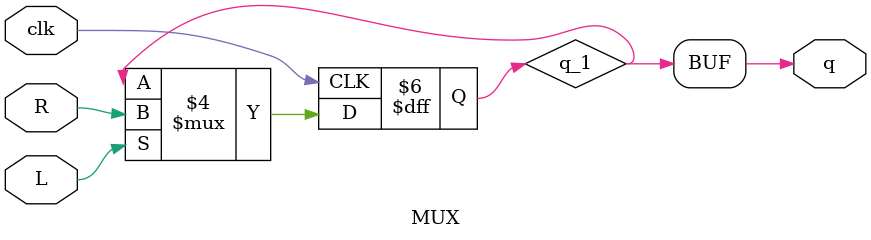
<source format=v>
`timescale 1ns / 1ps


module MUX (
  input clk,
  input wire L,
  input R,
  output wire q
);

  reg q_1=1'b0;
  
  always @(posedge clk) begin
    if (L) begin
      q_1 <= R;
    end
    else
    q_1<= q;
    end

  assign q = q_1;

endmodule
</source>
